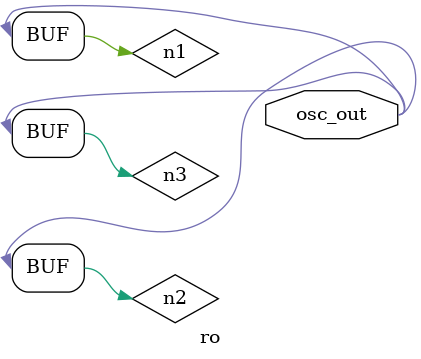
<source format=sv>
module ro (
    output wire osc_out
);
    (* preserve *) wire n1, n2, n3;

    assign n1 = ~n3;
    assign n2 = ~n1;
    assign n3 = ~n2;

    assign osc_out = n3;
endmodule

</source>
